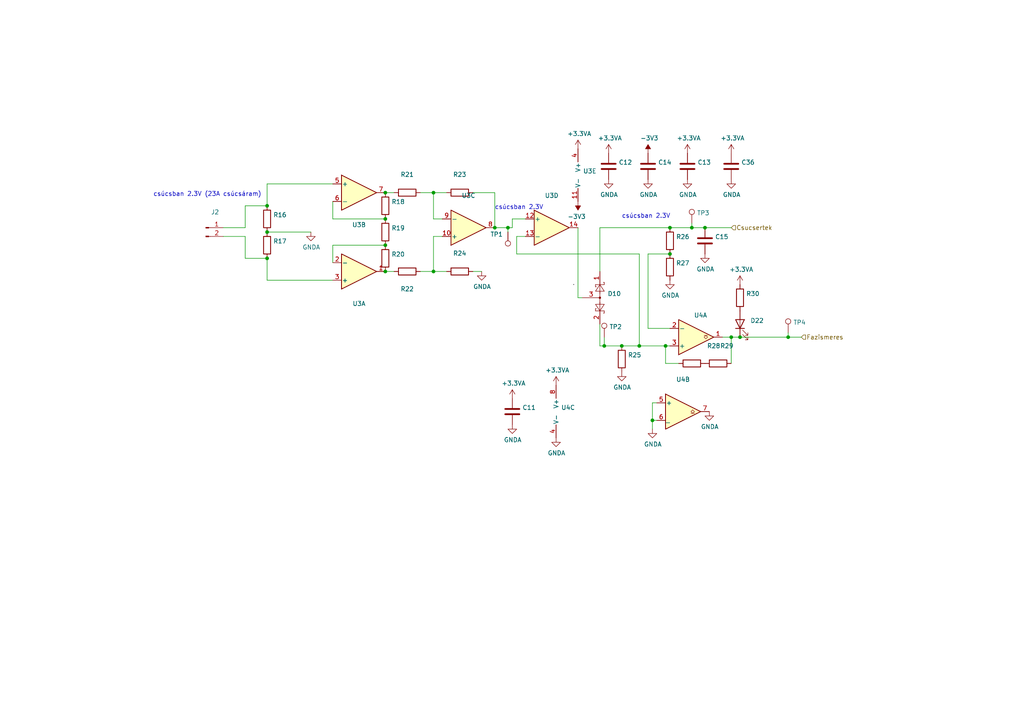
<source format=kicad_sch>
(kicad_sch (version 20211123) (generator eeschema)
  (paper "A4")
  (lib_symbols
    (symbol "Amplifier_Operational:TL084" (pin_names (offset 0.127))
      (property "Reference" "U" (at 0 5.08 0))
      (property "Value" "TL084" (at 0 -5.08 0))
      (symbol "TL084_1_1"
        (polyline (pts (xy -5.08 5.08) (xy 5.08 0) (xy -5.08 -5.08) (xy -5.08 5.08)) (stroke (width 0.254)) (fill (type background)))
        (pin output line (at 7.62 0 180) (length 2.54) (name "~") (number "1"))
        (pin input line (at -7.62 -2.54 0) (length 2.54) (name "-") (number "2"))
        (pin input line (at -7.62 2.54 0) (length 2.54) (name "+") (number "3"))
      )
      (symbol "TL084_2_1"
        (polyline (pts (xy -5.08 5.08) (xy 5.08 0) (xy -5.08 -5.08) (xy -5.08 5.08)) (stroke (width 0.254)) (fill (type background)))
        (pin input line (at -7.62 2.54 0) (length 2.54) (name "+") (number "5"))
        (pin input line (at -7.62 -2.54 0) (length 2.54) (name "-") (number "6"))
        (pin output line (at 7.62 0 180) (length 2.54) (name "~") (number "7"))
      )
      (symbol "TL084_3_1"
        (polyline (pts (xy -5.08 5.08) (xy 5.08 0) (xy -5.08 -5.08) (xy -5.08 5.08)) (stroke (width 0.254)) (fill (type background)))
        (pin input line (at -7.62 2.54 0) (length 2.54) (name "+") (number "10"))
        (pin output line (at 7.62 0 180) (length 2.54) (name "~") (number "8"))
        (pin input line (at -7.62 -2.54 0) (length 2.54) (name "-") (number "9"))
      )
      (symbol "TL084_4_1"
        (polyline (pts (xy -5.08 5.08) (xy 5.08 0) (xy -5.08 -5.08) (xy -5.08 5.08)) (stroke (width 0.254)) (fill (type background)))
        (pin input line (at -7.62 2.54 0) (length 2.54) (name "+") (number "12"))
        (pin input line (at -7.62 -2.54 0) (length 2.54) (name "-") (number "13"))
        (pin output line (at 7.62 0 180) (length 2.54) (name "~") (number "14"))
      )
      (symbol "TL084_5_1"
        (pin power_in line (at -2.54 -7.62 90) (length 3.81) (name "V-") (number "11"))
        (pin power_in line (at -2.54 7.62 270) (length 3.81) (name "V+") (number "4"))
      )
    )
    (symbol "Comparator:LM393" (pin_names (offset 0.127))
      (property "Reference" "U" (at 3.81 3.81 0))
      (property "Value" "LM393" (at 6.35 -3.81 0))
      (symbol "LM393_1_1"
        (polyline (pts (xy -5.08 5.08) (xy 5.08 0) (xy -5.08 -5.08) (xy -5.08 5.08)) (stroke (width 0.254)) (fill (type background)))
        (polyline (pts (xy 3.302 -0.508) (xy 2.794 -0.508) (xy 3.302 0) (xy 2.794 0.508) (xy 2.286 0) (xy 2.794 -0.508) (xy 2.286 -0.508)) (stroke (width 0.127)))
        (pin open_collector line (at 7.62 0 180) (length 2.54) (name "~") (number "1"))
        (pin input line (at -7.62 -2.54 0) (length 2.54) (name "-") (number "2"))
        (pin input line (at -7.62 2.54 0) (length 2.54) (name "+") (number "3"))
      )
      (symbol "LM393_2_1"
        (polyline (pts (xy -5.08 5.08) (xy 5.08 0) (xy -5.08 -5.08) (xy -5.08 5.08)) (stroke (width 0.254)) (fill (type background)))
        (polyline (pts (xy 3.302 -0.508) (xy 2.794 -0.508) (xy 3.302 0) (xy 2.794 0.508) (xy 2.286 0) (xy 2.794 -0.508) (xy 2.286 -0.508)) (stroke (width 0.127)))
        (pin input line (at -7.62 2.54 0) (length 2.54) (name "+") (number "5"))
        (pin input line (at -7.62 -2.54 0) (length 2.54) (name "_") (number "6"))
        (pin open_collector line (at 7.62 0 180) (length 2.54) (name "~") (number "7"))
      )
      (symbol "LM393_3_1"
        (pin power_in line (at -2.54 -7.62 90) (length 3.81) (name "V-") (number "4"))
        (pin power_in line (at -2.54 7.62 270) (length 3.81) (name "V+") (number "8"))
      )
    )
    (symbol "Connector:Conn_01x02_Male" (pin_names (offset 1.016) hide)
      (property "Reference" "J" (at 0 2.54 0))
      (property "Value" "Conn_01x02_Male" (at 0 -5.08 0))
      (symbol "Conn_01x02_Male_1_1"
        (polyline (pts (xy 1.27 -2.54) (xy 0.8636 -2.54)) (stroke (width 0.1524)))
        (polyline (pts (xy 1.27 0) (xy 0.8636 0)) (stroke (width 0.1524)))
        (rectangle (start 0.8636 -2.413) (end 0 -2.667) (stroke (width 0.1524)) (fill (type outline)))
        (rectangle (start 0.8636 0.127) (end 0 -0.127) (stroke (width 0.1524)) (fill (type outline)))
        (pin passive line (at 5.08 0 180) (length 3.81) (name "Pin_1") (number "1"))
        (pin passive line (at 5.08 -2.54 180) (length 3.81) (name "Pin_2") (number "2"))
      )
    )
    (symbol "Connector:TestPoint" (pin_numbers hide) (pin_names (offset 0.762) hide)
      (property "Reference" "TP" (at 0 6.858 0))
      (property "Value" "TestPoint" (at 0 5.08 0))
      (symbol "TestPoint_0_1"
        (circle (center 0 3.302) (radius 0.762))
      )
      (symbol "TestPoint_1_1"
        (pin passive line (at 0 0 90) (length 2.54) (name "1") (number "1"))
      )
    )
    (symbol "Device:C" (pin_numbers hide) (pin_names (offset 0.254))
      (property "Reference" "C" (at 0.635 2.54 0))
      (property "Value" "C" (at 0.635 -2.54 0))
      (symbol "C_0_1"
        (polyline (pts (xy -2.032 -0.762) (xy 2.032 -0.762)) (stroke (width 0.508)))
        (polyline (pts (xy -2.032 0.762) (xy 2.032 0.762)) (stroke (width 0.508)))
      )
      (symbol "C_1_1"
        (pin passive line (at 0 3.81 270) (length 2.794) (name "~") (number "1"))
        (pin passive line (at 0 -3.81 90) (length 2.794) (name "~") (number "2"))
      )
    )
    (symbol "Device:LED" (pin_numbers hide) (pin_names (offset 1.016) hide)
      (property "Reference" "D" (at 0 2.54 0))
      (property "Value" "LED" (at 0 -2.54 0))
      (symbol "LED_0_1"
        (polyline (pts (xy -1.27 -1.27) (xy -1.27 1.27)) (stroke (width 0.254)))
        (polyline (pts (xy -1.27 0) (xy 1.27 0)))
        (polyline (pts (xy 1.27 -1.27) (xy 1.27 1.27) (xy -1.27 0) (xy 1.27 -1.27)) (stroke (width 0.254)))
        (polyline (pts (xy -3.048 -0.762) (xy -4.572 -2.286) (xy -3.81 -2.286) (xy -4.572 -2.286) (xy -4.572 -1.524)))
        (polyline (pts (xy -1.778 -0.762) (xy -3.302 -2.286) (xy -2.54 -2.286) (xy -3.302 -2.286) (xy -3.302 -1.524)))
      )
      (symbol "LED_1_1"
        (pin passive line (at -3.81 0 0) (length 2.54) (name "K") (number "1"))
        (pin passive line (at 3.81 0 180) (length 2.54) (name "A") (number "2"))
      )
    )
    (symbol "Device:R" (pin_numbers hide) (pin_names (offset 0))
      (property "Reference" "R" (at 2.032 0 90))
      (property "Value" "R" (at 0 0 90))
      (symbol "R_0_1"
        (rectangle (start -1.016 -2.54) (end 1.016 2.54) (stroke (width 0.254)))
      )
      (symbol "R_1_1"
        (pin passive line (at 0 3.81 270) (length 1.27) (name "~") (number "1"))
        (pin passive line (at 0 -3.81 90) (length 1.27) (name "~") (number "2"))
      )
    )
    (symbol "Diode:BAT54AW" (pin_names (offset 1.016))
      (property "Reference" "D" (at 0.635 -3.81 0))
      (property "Value" "BAT54AW" (at -6.35 3.175 0))
      (symbol "BAT54AW_0_1"
        (polyline (pts (xy -4.445 1.27) (xy -4.445 1.016)))
        (polyline (pts (xy -3.81 -1.27) (xy -3.81 1.27)))
        (polyline (pts (xy -3.81 -1.27) (xy -3.175 -1.27)))
        (polyline (pts (xy -3.81 0) (xy -1.27 0)))
        (polyline (pts (xy -3.81 1.27) (xy -4.445 1.27)))
        (polyline (pts (xy -3.175 -1.27) (xy -3.175 -1.016)))
        (polyline (pts (xy -1.905 0) (xy 1.905 0)))
        (polyline (pts (xy 1.27 0) (xy 3.81 0)))
        (polyline (pts (xy 3.175 -1.27) (xy 3.175 -1.016)))
        (polyline (pts (xy 3.81 -1.27) (xy 3.175 -1.27)))
        (polyline (pts (xy 3.81 -1.27) (xy 3.81 1.27)))
        (polyline (pts (xy 3.81 1.27) (xy 4.445 1.27)))
        (polyline (pts (xy 4.445 1.27) (xy 4.445 1.016)))
        (polyline (pts (xy -1.905 1.27) (xy -1.905 -1.27) (xy -3.81 0) (xy -1.905 1.27)))
        (polyline (pts (xy 1.905 1.27) (xy 1.905 -1.27) (xy 3.81 0) (xy 1.905 1.27)))
        (circle (center 0 0) (radius 0.254) (fill (type outline)))
      )
      (symbol "BAT54AW_1_1"
        (pin passive line (at -7.62 0 0) (length 3.81) (name "~") (number "1"))
        (pin passive line (at 7.62 0 180) (length 3.81) (name "~") (number "2"))
        (pin passive line (at 0 -5.08 90) (length 5.08) (name "~") (number "3"))
      )
    )
    (symbol "power:+3.3VA" (power) (pin_names (offset 0))
      (property "Value" "+3.3VA" (at 0 3.556 0))
      (symbol "+3.3VA_0_1"
        (polyline (pts (xy -0.762 1.27) (xy 0 2.54)))
        (polyline (pts (xy 0 0) (xy 0 2.54)))
        (polyline (pts (xy 0 2.54) (xy 0.762 1.27)))
      )
      (symbol "+3.3VA_1_1"
        (pin power_in line (at 0 0 90) (length 0) hide (name "+3.3VA") (number "1"))
      )
    )
    (symbol "power:-3V3" (power) (pin_names (offset 0))
      (property "Value" "-3V3" (at 0 3.81 0))
      (symbol "-3V3_0_0"
        (pin power_in line (at 0 0 90) (length 0) hide (name "-3V3") (number "1"))
      )
      (symbol "-3V3_0_1"
        (polyline (pts (xy 0 0) (xy 0 1.27) (xy 0.762 1.27) (xy 0 2.54) (xy -0.762 1.27) (xy 0 1.27)) (fill (type outline)))
      )
    )
    (symbol "power:GNDA" (power) (pin_names (offset 0))
      (property "Value" "GNDA" (at 0 -3.81 0))
      (symbol "GNDA_0_1"
        (polyline (pts (xy 0 0) (xy 0 -1.27) (xy 1.27 -1.27) (xy 0 -2.54) (xy -1.27 -1.27) (xy 0 -1.27)))
      )
      (symbol "GNDA_1_1"
        (pin power_in line (at 0 0 270) (length 0) hide (name "GNDA") (number "1"))
      )
    )
  )
  (junction (at 175.26 100.33))
  (junction (at 185.42 100.33))
  (junction (at 125.73 55.88))
  (junction (at 194.31 66.04))
  (junction (at 212.09 97.79))
  (junction (at 180.34 100.33))
  (junction (at 228.6 97.79))
  (junction (at 214.63 97.79))
  (junction (at 111.76 63.5))
  (junction (at 143.51 66.04))
  (junction (at 200.66 66.04))
  (junction (at 111.76 71.12))
  (junction (at 111.76 78.74))
  (junction (at 193.04 100.33))
  (junction (at 125.73 78.74))
  (junction (at 147.32 66.04))
  (junction (at 189.23 121.92))
  (junction (at 194.31 73.66))
  (junction (at 77.47 74.93))
  (junction (at 204.47 66.04))
  (junction (at 77.47 67.31))
  (junction (at 111.76 55.88))
  (junction (at 77.47 59.69))
  (wire (pts (xy 71.12 68.58) (xy 71.12 74.93)))
  (wire (pts (xy 173.99 100.33) (xy 175.26 100.33)))
  (wire (pts (xy 173.99 78.74) (xy 173.99 66.04)))
  (wire (pts (xy 209.55 97.79) (xy 212.09 97.79)))
  (wire (pts (xy 194.31 100.33) (xy 193.04 100.33)))
  (wire (pts (xy 212.09 105.41) (xy 212.09 97.79)))
  (wire (pts (xy 125.73 68.58) (xy 125.73 78.74)))
  (wire (pts (xy 190.5 121.92) (xy 189.23 121.92)))
  (wire (pts (xy 77.47 67.31) (xy 90.17 67.31)))
  (wire (pts (xy 143.51 66.04) (xy 143.51 55.88)))
  (wire (pts (xy 175.26 100.33) (xy 180.34 100.33)))
  (wire (pts (xy 114.3 55.88) (xy 111.76 55.88)))
  (wire (pts (xy 200.66 64.77) (xy 200.66 66.04)))
  (wire (pts (xy 148.59 63.5) (xy 152.4 63.5)))
  (wire (pts (xy 189.23 124.46) (xy 189.23 121.92)))
  (wire (pts (xy 143.51 55.88) (xy 137.16 55.88)))
  (wire (pts (xy 111.76 71.12) (xy 96.52 71.12)))
  (wire (pts (xy 149.86 73.66) (xy 185.42 73.66)))
  (wire (pts (xy 180.34 100.33) (xy 185.42 100.33)))
  (wire (pts (xy 193.04 105.41) (xy 193.04 100.33)))
  (wire (pts (xy 96.52 71.12) (xy 96.52 76.2)))
  (wire (pts (xy 148.59 66.04) (xy 148.59 63.5)))
  (wire (pts (xy 121.92 78.74) (xy 125.73 78.74)))
  (wire (pts (xy 212.09 97.79) (xy 214.63 97.79)))
  (wire (pts (xy 173.99 93.98) (xy 173.99 100.33)))
  (wire (pts (xy 64.77 66.04) (xy 71.12 66.04)))
  (wire (pts (xy 228.6 97.79) (xy 232.41 97.79)))
  (wire (pts (xy 96.52 63.5) (xy 96.52 58.42)))
  (wire (pts (xy 214.63 97.79) (xy 228.6 97.79)))
  (wire (pts (xy 185.42 73.66) (xy 185.42 100.33)))
  (wire (pts (xy 77.47 74.93) (xy 77.47 81.28)))
  (wire (pts (xy 187.96 73.66) (xy 187.96 95.25)))
  (wire (pts (xy 189.23 116.84) (xy 190.5 116.84)))
  (wire (pts (xy 128.27 68.58) (xy 125.73 68.58)))
  (wire (pts (xy 71.12 66.04) (xy 71.12 59.69)))
  (wire (pts (xy 71.12 74.93) (xy 77.47 74.93)))
  (wire (pts (xy 147.32 67.31) (xy 147.32 66.04)))
  (wire (pts (xy 204.47 66.04) (xy 212.09 66.04)))
  (wire (pts (xy 147.32 66.04) (xy 148.59 66.04)))
  (wire (pts (xy 173.99 66.04) (xy 194.31 66.04)))
  (wire (pts (xy 149.86 73.66) (xy 149.86 68.58)))
  (wire (pts (xy 196.85 105.41) (xy 193.04 105.41)))
  (wire (pts (xy 71.12 59.69) (xy 77.47 59.69)))
  (wire (pts (xy 168.91 86.36) (xy 167.64 86.36)))
  (wire (pts (xy 194.31 66.04) (xy 200.66 66.04)))
  (wire (pts (xy 111.76 63.5) (xy 96.52 63.5)))
  (wire (pts (xy 187.96 95.25) (xy 194.31 95.25)))
  (wire (pts (xy 167.64 66.04) (xy 167.64 86.36)))
  (wire (pts (xy 193.04 100.33) (xy 185.42 100.33)))
  (wire (pts (xy 200.66 66.04) (xy 204.47 66.04)))
  (wire (pts (xy 77.47 53.34) (xy 77.47 59.69)))
  (wire (pts (xy 143.51 66.04) (xy 147.32 66.04)))
  (wire (pts (xy 149.86 68.58) (xy 152.4 68.58)))
  (wire (pts (xy 128.27 63.5) (xy 125.73 63.5)))
  (wire (pts (xy 96.52 53.34) (xy 77.47 53.34)))
  (wire (pts (xy 121.92 55.88) (xy 125.73 55.88)))
  (wire (pts (xy 111.76 78.74) (xy 114.3 78.74)))
  (wire (pts (xy 125.73 55.88) (xy 129.54 55.88)))
  (wire (pts (xy 175.26 97.79) (xy 175.26 100.33)))
  (wire (pts (xy 137.16 78.74) (xy 139.7 78.74)))
  (wire (pts (xy 228.6 96.52) (xy 228.6 97.79)))
  (wire (pts (xy 194.31 73.66) (xy 187.96 73.66)))
  (wire (pts (xy 189.23 121.92) (xy 189.23 116.84)))
  (wire (pts (xy 125.73 63.5) (xy 125.73 55.88)))
  (wire (pts (xy 64.77 68.58) (xy 71.12 68.58)))
  (wire (pts (xy 96.52 81.28) (xy 77.47 81.28)))
  (wire (pts (xy 125.73 78.74) (xy 129.54 78.74)))
  (text "csúcsban 2.3V (23A csúcsáram)" (at 44.45 57.15 0) (effects (font (size 1.27 1.27)) (justify left bottom)))
  (text "csúcsban 2.3V" (at 180.34 63.5 0) (effects (font (size 1.27 1.27)) (justify left bottom)))
  (text "csúcsban 2.3V" (at 143.51 60.96 0) (effects (font (size 1.27 1.27)) (justify left bottom)))
  (label "ADC_DS_M1" (at 166.37 82.55 0) (effects (font (size 0 0))))
  (label "ADC_DS_M" (at 166.37 82.55 0) (effects (font (size 0 0))))
  (label "AD" (at 166.37 82.55 0) (effects (font (size 0 0))))
  (hierarchical_label "Fazismeres" (shape input) (at 232.41 97.79 0))
  (hierarchical_label "Csucsertek" (shape input) (at 212.09 66.04 0))
  (symbol (lib_id "Device:R") (at 208.28 105.41 270) (unit 1)
    (property "Reference" "R29" (at 210.82 100.33 90))
  )
  (symbol (lib_id "Device:R") (at 200.66 105.41 90) (unit 1)
    (property "Reference" "R28" (at 207.01 100.33 90))
  )
  (symbol (lib_id "power:GNDA") (at 205.74 119.38 0) (unit 1)
    (property "Reference" "#PWR058" (effects hide))
  )
  (symbol (lib_id "Connector:Conn_01x02_Male") (at 59.69 66.04 0) (unit 1)
    (property "Reference" "J2" (at 62.3824 61.5188 0))
  )
  (symbol (lib_id "Device:R") (at 77.47 63.5 0) (unit 1)
    (property "Reference" "R16" (at 79.248 62.3316 0) (effects (justify left)))
  )
  (symbol (lib_id "Device:R") (at 77.47 71.12 0) (unit 1)
    (property "Reference" "R17" (at 79.248 69.9516 0) (effects (justify left)))
  )
  (symbol (lib_id "Amplifier_Operational:TL084") (at 104.14 78.74 0) (mirror x) (unit 1)
    (property "Reference" "U3" (at 104.14 88.0618 0))
    (property "Datasheet" "http://www.ti.com/lit/ds/symlink/tl081.pdf" (effects hide))
  )
  (symbol (lib_id "Amplifier_Operational:TL084") (at 104.14 55.88 0) (unit 2)
    (property "Reference" "U3" (at 104.14 65.2018 0))
    (property "Datasheet" "http://www.ti.com/lit/ds/symlink/tl081.pdf" (effects hide))
  )
  (symbol (lib_id "Amplifier_Operational:TL084") (at 135.89 66.04 0) (mirror x) (unit 3)
    (property "Reference" "U3" (at 135.89 56.7182 0))
    (property "Datasheet" "http://www.ti.com/lit/ds/symlink/tl081.pdf" (effects hide))
  )
  (symbol (lib_id "Amplifier_Operational:TL084") (at 160.02 66.04 0) (unit 4)
    (property "Reference" "U3" (at 160.02 56.7182 0))
    (property "Datasheet" "http://www.ti.com/lit/ds/symlink/tl081.pdf" (effects hide))
  )
  (symbol (lib_id "Amplifier_Operational:TL084") (at 170.18 50.8 0) (unit 5)
    (property "Reference" "U3" (at 169.1132 49.6316 0) (effects (justify left)))
    (property "Datasheet" "http://www.ti.com/lit/ds/symlink/tl081.pdf" (effects hide))
  )
  (symbol (lib_id "Device:R") (at 111.76 59.69 0) (unit 1)
    (property "Reference" "R18" (at 113.538 58.5216 0) (effects (justify left)))
  )
  (symbol (lib_id "Device:R") (at 111.76 74.93 0) (unit 1)
    (property "Reference" "R20" (at 113.538 73.7616 0) (effects (justify left)))
  )
  (symbol (lib_id "Device:R") (at 111.76 67.31 0) (unit 1)
    (property "Reference" "R19" (at 113.538 66.1416 0) (effects (justify left)))
  )
  (symbol (lib_id "Device:R") (at 118.11 55.88 270) (unit 1)
    (property "Reference" "R21" (at 118.11 50.6222 90))
  )
  (symbol (lib_id "Device:R") (at 133.35 55.88 270) (unit 1)
    (property "Reference" "R23" (at 133.35 50.6222 90))
  )
  (symbol (lib_id "Device:R") (at 118.11 78.74 270) (unit 1)
    (property "Reference" "R22" (at 118.11 83.82 90))
  )
  (symbol (lib_id "Device:R") (at 133.35 78.74 270) (unit 1)
    (property "Reference" "R24" (at 133.35 73.4822 90))
  )
  (symbol (lib_id "Device:R") (at 194.31 69.85 0) (unit 1)
    (property "Reference" "R26" (at 196.088 68.6816 0) (effects (justify left)))
  )
  (symbol (lib_id "power:GNDA") (at 90.17 67.31 0) (unit 1)
    (property "Reference" "#PWR040" (effects hide))
  )
  (symbol (lib_id "power:GNDA") (at 139.7 78.74 0) (unit 1)
    (property "Reference" "#PWR041" (effects hide))
  )
  (symbol (lib_id "power:GNDA") (at 204.47 73.66 0) (unit 1)
    (property "Reference" "#PWR057" (effects hide))
  )
  (symbol (lib_id "power:GNDA") (at 194.31 81.28 0) (unit 1)
    (property "Reference" "#PWR054" (effects hide))
  )
  (symbol (lib_id "power:+3.3VA") (at 167.64 43.18 0) (unit 1)
    (property "Reference" "#PWR046" (effects hide))
  )
  (symbol (lib_id "power:-3V3") (at 167.64 58.42 180) (unit 1)
    (property "Reference" "#PWR047" (effects hide))
  )
  (symbol (lib_id "Device:C") (at 176.53 48.26 0) (unit 1)
    (property "Reference" "C12" (at 179.451 47.0916 0) (effects (justify left)))
  )
  (symbol (lib_id "Device:C") (at 187.96 48.26 0) (unit 1)
    (property "Reference" "C14" (at 190.881 47.0916 0) (effects (justify left)))
  )
  (symbol (lib_id "power:+3.3VA") (at 176.53 44.45 0) (unit 1)
    (property "Reference" "#PWR048" (effects hide))
  )
  (symbol (lib_id "power:GNDA") (at 176.53 52.07 0) (unit 1)
    (property "Reference" "#PWR049" (effects hide))
  )
  (symbol (lib_id "power:GNDA") (at 187.96 52.07 0) (unit 1)
    (property "Reference" "#PWR056" (effects hide))
  )
  (symbol (lib_id "power:-3V3") (at 187.96 44.45 0) (unit 1)
    (property "Reference" "#PWR055" (effects hide))
  )
  (symbol (lib_id "Device:C") (at 204.47 69.85 0) (unit 1)
    (property "Reference" "C15" (at 207.391 68.6816 0) (effects (justify left)))
  )
  (symbol (lib_id "power:GNDA") (at 199.39 52.07 0) (unit 1)
    (property "Reference" "#PWR052" (effects hide))
  )
  (symbol (lib_id "power:+3.3VA") (at 199.39 44.45 0) (unit 1)
    (property "Reference" "#PWR051" (effects hide))
  )
  (symbol (lib_id "power:GNDA") (at 212.09 52.07 0) (unit 1)
    (property "Reference" "#PWR0184" (effects hide))
  )
  (symbol (lib_id "power:+3.3VA") (at 212.09 44.45 0) (unit 1)
    (property "Reference" "#PWR0183" (effects hide))
  )
  (symbol (lib_id "Device:C") (at 199.39 48.26 0) (unit 1)
    (property "Reference" "C13" (at 202.311 47.0916 0) (effects (justify left)))
  )
  (symbol (lib_id "Device:C") (at 212.09 48.26 0) (unit 1)
    (property "Reference" "C36" (at 215.011 47.0916 0) (effects (justify left)))
  )
  (symbol (lib_id "Comparator:LM393") (at 201.93 97.79 0) (mirror x) (unit 1)
    (property "Reference" "U4" (at 203.2 91.44 0))
    (property "Datasheet" "http://www.ti.com/lit/ds/symlink/lm393.pdf" (effects hide))
  )
  (symbol (lib_id "Comparator:LM393") (at 198.12 119.38 0) (unit 2)
    (property "Reference" "U4" (at 198.12 110.0582 0))
    (property "Datasheet" "http://www.ti.com/lit/ds/symlink/lm393.pdf" (effects hide))
  )
  (symbol (lib_id "Comparator:LM393") (at 163.83 119.38 0) (unit 3)
    (property "Reference" "U4" (at 162.7632 118.2116 0) (effects (justify left)))
    (property "Datasheet" "http://www.ti.com/lit/ds/symlink/lm393.pdf" (effects hide))
  )
  (symbol (lib_id "Device:R") (at 194.31 77.47 0) (unit 1)
    (property "Reference" "R27" (at 196.088 76.3016 0) (effects (justify left)))
  )
  (symbol (lib_id "Device:R") (at 180.34 104.14 0) (unit 1)
    (property "Reference" "R25" (at 182.118 102.9716 0) (effects (justify left)))
  )
  (symbol (lib_id "power:GNDA") (at 180.34 107.95 0) (unit 1)
    (property "Reference" "#PWR050" (effects hide))
  )
  (symbol (lib_id "power:GNDA") (at 189.23 124.46 0) (unit 1)
    (property "Reference" "#PWR053" (effects hide))
  )
  (symbol (lib_id "power:GNDA") (at 161.29 127 0) (unit 1)
    (property "Reference" "#PWR045" (effects hide))
  )
  (symbol (lib_id "Device:LED") (at 214.63 93.98 90) (unit 1)
    (property "Reference" "D22" (at 217.6272 92.9894 90) (effects (justify right)))
  )
  (symbol (lib_id "Device:C") (at 148.59 119.38 0) (unit 1)
    (property "Reference" "C11" (at 151.511 118.2116 0) (effects (justify left)))
  )
  (symbol (lib_id "power:+3.3VA") (at 148.59 115.57 0) (unit 1)
    (property "Reference" "#PWR042" (effects hide))
  )
  (symbol (lib_id "power:GNDA") (at 148.59 123.19 0) (unit 1)
    (property "Reference" "#PWR043" (effects hide))
  )
  (symbol (lib_id "power:+3.3VA") (at 161.29 111.76 0) (unit 1)
    (property "Reference" "#PWR044" (effects hide))
  )
  (symbol (lib_id "power:+3.3VA") (at 214.63 82.55 0) (unit 1)
    (property "Reference" "#PWR059" (effects hide))
  )
  (symbol (lib_id "Device:R") (at 214.63 86.36 0) (unit 1)
    (property "Reference" "R30" (at 216.408 85.1916 0) (effects (justify left)))
  )
  (symbol (lib_id "Diode:BAT54AW") (at 173.99 86.36 270) (unit 1)
    (property "Reference" "D10" (at 176.2252 85.1916 90) (effects (justify left)))
    (property "Datasheet" "https://assets.nexperia.com/documents/data-sheet/BAT54W_SER.pdf" (effects hide))
  )
  (symbol (lib_id "Connector:TestPoint") (at 147.32 67.31 0) (mirror x) (unit 1)
    (property "Reference" "TP1" (at 145.8722 67.9704 0) (effects (justify right)))
  )
  (symbol (lib_id "Connector:TestPoint") (at 200.66 64.77 0) (mirror y) (unit 1)
    (property "Reference" "TP3" (at 202.1332 61.7728 0) (effects (justify right)))
  )
  (symbol (lib_id "Connector:TestPoint") (at 228.6 96.52 0) (mirror y) (unit 1)
    (property "Reference" "TP4" (at 230.0732 93.5228 0) (effects (justify right)))
  )
  (symbol (lib_id "Connector:TestPoint") (at 175.26 97.79 0) (mirror y) (unit 1)
    (property "Reference" "TP2" (at 176.7332 94.7928 0) (effects (justify right)))
  )
)
</source>
